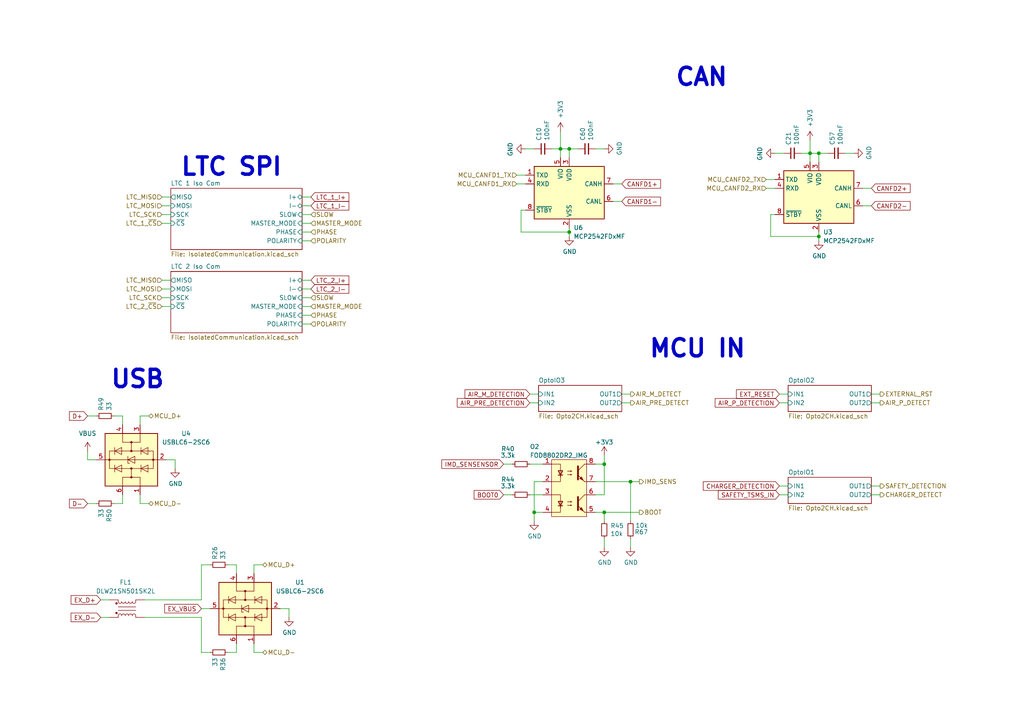
<source format=kicad_sch>
(kicad_sch (version 20230121) (generator eeschema)
  (paper "A4")
  (lib_symbols
    (symbol "Device:C_Small" (pin_numbers hide) (pin_names (offset 0.254) hide)
      (property "Reference" "C" (at 0.254 1.778 0))
      (property "Value" "C_Small" (at 0.254 -2.032 0))
      (symbol "C_Small_0_1"
        (polyline (pts (xy -1.524 -0.508) (xy 1.524 -0.508)) (stroke (width 0.3302)))
        (polyline (pts (xy -1.524 0.508) (xy 1.524 0.508)) (stroke (width 0.3048)))
      )
      (symbol "C_Small_1_1"
        (pin passive line (at 0 2.54 270) (length 2.032) (name "~") (number "1"))
        (pin passive line (at 0 -2.54 90) (length 2.032) (name "~") (number "2"))
      )
    )
    (symbol "Device:R_Small" (pin_numbers hide) (pin_names (offset 0.254) hide)
      (property "Reference" "R" (at 0.762 0.508 0))
      (property "Value" "R_Small" (at 0.762 -1.016 0))
      (symbol "R_Small_0_1"
        (rectangle (start -0.762 1.778) (end 0.762 -1.778) (stroke (width 0.2032)))
      )
      (symbol "R_Small_1_1"
        (pin passive line (at 0 2.54 270) (length 0.762) (name "~") (number "1"))
        (pin passive line (at 0 -2.54 90) (length 0.762) (name "~") (number "2"))
      )
    )
    (symbol "Interface_CAN_LIN:MCP2542FDxMF"
      (property "Reference" "U3" (at 1.27 -10.16 0))
      (property "Value" "MCP2542FDxMF" (at 1.27 -12.7 0))
      (symbol "MCP2542FDxMF_0_1"
        (rectangle (start -10.16 7.62) (end 10.16 -7.62) (stroke (width 0.254)) (fill (type background)))
      )
      (symbol "MCP2542FDxMF_1_1"
        (pin input line (at -12.7 5.08 0) (length 2.54) (name "TXD") (number "1"))
        (pin power_in line (at 0 -10.16 90) (length 2.54) (name "VSS") (number "2"))
        (pin power_in line (at 0 10.16 270) (length 2.54) (name "VDD") (number "3"))
        (pin output line (at -12.7 2.54 0) (length 2.54) (name "RXD") (number "4"))
        (pin power_in line (at -2.54 10.16 270) (length 2.54) (name "VIO") (number "5"))
        (pin bidirectional line (at 12.7 -2.54 180) (length 2.54) (name "CANL") (number "6"))
        (pin bidirectional line (at 12.7 2.54 180) (length 2.54) (name "CANH") (number "7"))
        (pin input line (at -12.7 -5.08 0) (length 2.54) (name "~{STBY}") (number "8"))
        (pin passive line (at 0 -10.16 90) (length 2.54) hide (name "VSS") (number "9"))
      )
    )
    (symbol "MCP2542FDxMF_1"
      (property "Reference" "U6" (at 1.27 -10.16 0))
      (property "Value" "MCP2542FDxMF" (at 1.27 -12.7 0))
      (symbol "MCP2542FDxMF_1_0_1"
        (rectangle (start -10.16 7.62) (end 10.16 -7.62) (stroke (width 0.254)) (fill (type background)))
      )
      (symbol "MCP2542FDxMF_1_1_1"
        (pin input line (at -12.7 5.08 0) (length 2.54) (name "TXD") (number "1"))
        (pin power_in line (at 0 -10.16 90) (length 2.54) (name "VSS") (number "2"))
        (pin power_in line (at 0 10.16 270) (length 2.54) (name "VDD") (number "3"))
        (pin output line (at -12.7 2.54 0) (length 2.54) (name "RXD") (number "4"))
        (pin power_in line (at -2.54 10.16 270) (length 2.54) (name "VIO") (number "5"))
        (pin bidirectional line (at 12.7 -2.54 180) (length 2.54) (name "CANL") (number "6"))
        (pin bidirectional line (at 12.7 2.54 180) (length 2.54) (name "CANH") (number "7"))
        (pin input line (at -12.7 -5.08 0) (length 2.54) (name "~{STBY}") (number "8"))
        (pin passive line (at 0 -10.16 90) (length 2.54) hide (name "VSS") (number "9"))
      )
    )
    (symbol "Opto 2 ch:FOD8802DR2_IMG"
      (property "Reference" "O" (at 0 0 0))
      (property "Value" "FOD8802DR2_IMG" (at 0 0 0))
      (symbol "FOD8802DR2_IMG_0_1"
        (rectangle (start -6.35 -3.81) (end 3.81 -20.32) (fill (type background)))
        (polyline (pts (xy -4.445 -17.145) (xy -3.175 -17.145)) (stroke (width 0.254)))
        (polyline (pts (xy -4.445 -8.255) (xy -3.175 -8.255)) (stroke (width 0.254)))
        (polyline (pts (xy 1.27 -15.875) (xy 3.175 -13.97)))
        (polyline (pts (xy 1.27 -6.985) (xy 3.175 -5.08)))
        (polyline (pts (xy 3.175 -19.05) (xy 1.27 -17.145)) (fill (type outline)))
        (polyline (pts (xy 3.175 -19.05) (xy 3.81 -19.05)))
        (polyline (pts (xy 3.175 -13.97) (xy 3.81 -13.97)))
        (polyline (pts (xy 3.175 -10.16) (xy 1.27 -8.255)) (fill (type outline)))
        (polyline (pts (xy 3.175 -10.16) (xy 3.81 -10.16)))
        (polyline (pts (xy 3.175 -5.08) (xy 3.81 -5.08)))
        (polyline (pts (xy -3.81 -17.145) (xy -3.81 -19.05) (xy -6.35 -19.05)))
        (polyline (pts (xy -3.81 -8.255) (xy -3.81 -10.16) (xy -6.35 -10.16)))
        (polyline (pts (xy 1.27 -14.605) (xy 1.27 -18.415) (xy 1.27 -18.415)) (stroke (width 0.508)))
        (polyline (pts (xy 1.27 -5.715) (xy 1.27 -9.525) (xy 1.27 -9.525)) (stroke (width 0.508)))
        (polyline (pts (xy -6.35 -13.97) (xy -3.81 -13.97) (xy -3.81 -17.78) (xy -3.81 -15.875)))
        (polyline (pts (xy -6.35 -5.08) (xy -3.81 -5.08) (xy -3.81 -8.89) (xy -3.81 -6.985)))
        (polyline (pts (xy -3.81 -17.145) (xy -4.445 -15.875) (xy -3.175 -15.875) (xy -3.81 -17.145)) (stroke (width 0.254)))
        (polyline (pts (xy -3.81 -8.255) (xy -4.445 -6.985) (xy -3.175 -6.985) (xy -3.81 -8.255)) (stroke (width 0.254)))
        (polyline (pts (xy -1.778 -17.018) (xy -0.508 -17.018) (xy -0.889 -17.145) (xy -0.889 -16.891) (xy -0.508 -17.018)))
        (polyline (pts (xy -1.778 -16.002) (xy -0.508 -16.002) (xy -0.889 -16.129) (xy -0.889 -15.875) (xy -0.508 -16.002)))
        (polyline (pts (xy -1.778 -8.128) (xy -0.508 -8.128) (xy -0.889 -8.255) (xy -0.889 -8.001) (xy -0.508 -8.128)))
        (polyline (pts (xy -1.778 -7.112) (xy -0.508 -7.112) (xy -0.889 -7.239) (xy -0.889 -6.985) (xy -0.508 -7.112)))
        (polyline (pts (xy 1.778 -18.161) (xy 2.286 -17.653) (xy 2.794 -18.669) (xy 1.778 -18.161) (xy 1.778 -18.161)) (fill (type outline)))
        (polyline (pts (xy 1.778 -9.271) (xy 2.286 -8.763) (xy 2.794 -9.779) (xy 1.778 -9.271) (xy 1.778 -9.271)) (fill (type outline)))
      )
      (symbol "FOD8802DR2_IMG_1_1"
        (pin passive line (at -8.89 -5.08 0) (length 2.54) (name "~") (number "1"))
        (pin passive line (at -8.89 -10.16 0) (length 2.54) (name "~") (number "2"))
        (pin passive line (at -8.89 -13.97 0) (length 2.54) (name "~") (number "3"))
        (pin passive line (at -8.89 -19.05 0) (length 2.54) (name "~") (number "4"))
        (pin passive line (at 6.35 -19.05 180) (length 2.54) (name "~") (number "5"))
        (pin passive line (at 6.35 -13.97 180) (length 2.54) (name "~") (number "6"))
        (pin passive line (at 6.35 -10.16 180) (length 2.54) (name "~") (number "7"))
        (pin passive line (at 6.35 -5.08 180) (length 2.54) (name "~") (number "8"))
      )
    )
    (symbol "Power_Protection:USBLC6-2SC6" (pin_names hide)
      (property "Reference" "U" (at 2.54 8.89 0))
      (property "Value" "USBLC6-2SC6" (at 2.54 -8.89 0))
      (symbol "USBLC6-2SC6_0_1"
        (rectangle (start -7.62 -7.62) (end 7.62 7.62) (stroke (width 0.254)) (fill (type background)))
        (circle (center -5.08 0) (radius 0.254) (fill (type outline)))
        (circle (center -2.54 0) (radius 0.254) (fill (type outline)))
        (rectangle (start -2.54 6.35) (end 2.54 -6.35))
        (circle (center 0 -6.35) (radius 0.254) (fill (type outline)))
        (polyline (pts (xy -5.08 -2.54) (xy -7.62 -2.54)))
        (polyline (pts (xy -5.08 0) (xy -5.08 -2.54)))
        (polyline (pts (xy -5.08 2.54) (xy -7.62 2.54)))
        (polyline (pts (xy -1.524 -2.794) (xy -3.556 -2.794)))
        (polyline (pts (xy -1.524 4.826) (xy -3.556 4.826)))
        (polyline (pts (xy 0 -7.62) (xy 0 -6.35)))
        (polyline (pts (xy 0 -6.35) (xy 0 1.27)))
        (polyline (pts (xy 0 1.27) (xy 0 6.35)))
        (polyline (pts (xy 0 6.35) (xy 0 7.62)))
        (polyline (pts (xy 1.524 -2.794) (xy 3.556 -2.794)))
        (polyline (pts (xy 1.524 4.826) (xy 3.556 4.826)))
        (polyline (pts (xy 5.08 -2.54) (xy 7.62 -2.54)))
        (polyline (pts (xy 5.08 0) (xy 5.08 -2.54)))
        (polyline (pts (xy 5.08 2.54) (xy 7.62 2.54)))
        (polyline (pts (xy -2.54 0) (xy -5.08 0) (xy -5.08 2.54)))
        (polyline (pts (xy 2.54 0) (xy 5.08 0) (xy 5.08 2.54)))
        (polyline (pts (xy -3.556 -4.826) (xy -1.524 -4.826) (xy -2.54 -2.794) (xy -3.556 -4.826)))
        (polyline (pts (xy -3.556 2.794) (xy -1.524 2.794) (xy -2.54 4.826) (xy -3.556 2.794)))
        (polyline (pts (xy -1.016 -1.016) (xy 1.016 -1.016) (xy 0 1.016) (xy -1.016 -1.016)))
        (polyline (pts (xy 1.016 1.016) (xy 0.762 1.016) (xy -1.016 1.016) (xy -1.016 0.508)))
        (polyline (pts (xy 3.556 -4.826) (xy 1.524 -4.826) (xy 2.54 -2.794) (xy 3.556 -4.826)))
        (polyline (pts (xy 3.556 2.794) (xy 1.524 2.794) (xy 2.54 4.826) (xy 3.556 2.794)))
        (circle (center 0 6.35) (radius 0.254) (fill (type outline)))
        (circle (center 2.54 0) (radius 0.254) (fill (type outline)))
        (circle (center 5.08 0) (radius 0.254) (fill (type outline)))
      )
      (symbol "USBLC6-2SC6_1_1"
        (pin passive line (at -10.16 -2.54 0) (length 2.54) (name "I/O1") (number "1"))
        (pin passive line (at 0 -10.16 90) (length 2.54) (name "GND") (number "2"))
        (pin passive line (at 10.16 -2.54 180) (length 2.54) (name "I/O2") (number "3"))
        (pin passive line (at 10.16 2.54 180) (length 2.54) (name "I/O2") (number "4"))
        (pin passive line (at 0 10.16 270) (length 2.54) (name "VBUS") (number "5"))
        (pin passive line (at -10.16 2.54 0) (length 2.54) (name "I/O1") (number "6"))
      )
    )
    (symbol "dlw21sn501sk2l:DLW21SN501SK2L" (pin_numbers hide) (pin_names (offset 0.762) hide)
      (property "Reference" "FL" (at 16.51 7.62 0))
      (property "Value" "DLW21SN501SK2L" (at 16.51 5.08 0))
      (symbol "DLW21SN501SK2L_0_1"
        (circle (center -3.048 -1.27) (radius 0.254) (fill (type outline)))
        (circle (center -3.048 1.524) (radius 0.254) (fill (type outline)))
        (arc (start -2.54 2.032) (mid -2.032 1.5262) (end -1.524 2.032))
        (arc (start -1.524 -2.032) (mid -2.032 -1.5262) (end -2.54 -2.032))
        (arc (start -1.524 2.032) (mid -1.016 1.5262) (end -0.508 2.032))
        (arc (start -0.508 -2.032) (mid -1.016 -1.5262) (end -1.524 -2.032))
        (arc (start -0.508 2.032) (mid 0 1.5262) (end 0.508 2.032))
        (polyline (pts (xy -2.54 -2.032) (xy -2.54 -2.54)))
        (polyline (pts (xy -2.54 0.508) (xy 2.54 0.508)))
        (polyline (pts (xy -2.54 2.032) (xy -2.54 2.54)))
        (polyline (pts (xy 2.54 -2.032) (xy 2.54 -2.54)))
        (polyline (pts (xy 2.54 -0.508) (xy -2.54 -0.508)))
        (polyline (pts (xy 2.54 2.54) (xy 2.54 2.032)))
        (arc (start 0.508 -2.032) (mid 0 -1.5262) (end -0.508 -2.032))
        (arc (start 0.508 2.032) (mid 1.016 1.5262) (end 1.524 2.032))
        (arc (start 1.524 -2.032) (mid 1.016 -1.5262) (end 0.508 -2.032))
        (arc (start 1.524 2.032) (mid 2.032 1.5262) (end 2.54 2.032))
        (arc (start 2.54 -2.032) (mid 2.032 -1.5262) (end 1.524 -2.032))
      )
      (symbol "DLW21SN501SK2L_1_1"
        (pin passive line (at -5.08 -2.54 0) (length 2.54) (name "1") (number "1"))
        (pin passive line (at 5.08 -2.54 180) (length 2.54) (name "2") (number "2"))
        (pin passive line (at 5.08 2.54 180) (length 2.54) (name "3") (number "3"))
        (pin passive line (at -5.08 2.54 0) (length 2.54) (name "4") (number "4"))
      )
    )
    (symbol "power:+3.3V" (power) (pin_names (offset 0))
      (property "Value" "+3.3V" (at 0 3.556 0))
      (symbol "+3.3V_0_1"
        (polyline (pts (xy -0.762 1.27) (xy 0 2.54)))
        (polyline (pts (xy 0 0) (xy 0 2.54)))
        (polyline (pts (xy 0 2.54) (xy 0.762 1.27)))
      )
      (symbol "+3.3V_1_1"
        (pin power_in line (at 0 0 90) (length 0) hide (name "+3V3") (number "1"))
      )
    )
    (symbol "power:GND" (power) (pin_names (offset 0))
      (property "Value" "GND" (at 0 -3.81 0))
      (symbol "GND_0_1"
        (polyline (pts (xy 0 0) (xy 0 -1.27) (xy 1.27 -1.27) (xy 0 -2.54) (xy -1.27 -1.27) (xy 0 -1.27)))
      )
      (symbol "GND_1_1"
        (pin power_in line (at 0 0 270) (length 0) hide (name "GND") (number "1"))
      )
    )
    (symbol "power:VBUS" (power) (pin_names (offset 0))
      (property "Value" "VBUS" (at 0 3.81 0))
      (symbol "VBUS_0_1"
        (polyline (pts (xy -0.762 1.27) (xy 0 2.54)))
        (polyline (pts (xy 0 0) (xy 0 2.54)))
        (polyline (pts (xy 0 2.54) (xy 0.762 1.27)))
      )
      (symbol "VBUS_1_1"
        (pin power_in line (at 0 0 90) (length 0) hide (name "VBUS") (number "1"))
      )
    )
  )
  (junction (at 165.1 43.18))
  (junction (at 234.95 44.45))
  (junction (at 162.56 43.18))
  (junction (at 237.49 44.45))
  (junction (at 237.49 68.58))
  (junction (at 175.26 148.59))
  (junction (at 175.26 134.62))
  (junction (at 182.88 139.7))
  (junction (at 154.94 148.59))
  (junction (at 165.1 67.31))
  (wire (pts (xy 73.66 189.23) (xy 76.2 189.23)))
  (wire (pts (xy 29.21 179.07) (xy 31.75 179.07)))
  (wire (pts (xy 152.4 50.8) (xy 149.86 50.8)))
  (wire (pts (xy 234.95 40.64) (xy 234.95 44.45)))
  (wire (pts (xy 146.05 134.62) (xy 148.59 134.62)))
  (wire (pts (xy 87.63 69.85) (xy 90.17 69.85)))
  (wire (pts (xy 182.88 156.21) (xy 182.88 158.75)))
  (wire (pts (xy 172.72 134.62) (xy 175.26 134.62)))
  (wire (pts (xy 175.26 148.59) (xy 175.26 151.13)))
  (wire (pts (xy 153.67 134.62) (xy 157.48 134.62)))
  (wire (pts (xy 46.99 81.28) (xy 49.53 81.28)))
  (wire (pts (xy 165.1 67.31) (xy 151.13 67.31)))
  (wire (pts (xy 172.72 143.51) (xy 175.26 143.51)))
  (wire (pts (xy 237.49 67.31) (xy 237.49 68.58)))
  (wire (pts (xy 160.02 43.18) (xy 162.56 43.18)))
  (wire (pts (xy 175.26 156.21) (xy 175.26 158.75)))
  (wire (pts (xy 40.64 143.51) (xy 40.64 146.05)))
  (wire (pts (xy 73.66 163.83) (xy 76.2 163.83)))
  (wire (pts (xy 162.56 43.18) (xy 162.56 45.72)))
  (wire (pts (xy 223.52 68.58) (xy 223.52 62.23)))
  (wire (pts (xy 87.63 67.31) (xy 90.17 67.31)))
  (wire (pts (xy 153.67 143.51) (xy 157.48 143.51)))
  (wire (pts (xy 226.06 114.3) (xy 228.6 114.3)))
  (wire (pts (xy 48.26 133.35) (xy 50.8 133.35)))
  (wire (pts (xy 87.63 81.28) (xy 90.17 81.28)))
  (wire (pts (xy 165.1 66.04) (xy 165.1 67.31)))
  (wire (pts (xy 223.52 62.23) (xy 224.79 62.23)))
  (wire (pts (xy 232.41 44.45) (xy 234.95 44.45)))
  (wire (pts (xy 245.11 44.45) (xy 247.65 44.45)))
  (wire (pts (xy 146.05 143.51) (xy 148.59 143.51)))
  (wire (pts (xy 237.49 44.45) (xy 237.49 46.99)))
  (wire (pts (xy 149.86 53.34) (xy 152.4 53.34)))
  (wire (pts (xy 250.19 59.69) (xy 252.73 59.69)))
  (wire (pts (xy 153.67 116.84) (xy 156.21 116.84)))
  (wire (pts (xy 35.56 143.51) (xy 35.56 146.05)))
  (wire (pts (xy 182.88 139.7) (xy 182.88 151.13)))
  (wire (pts (xy 172.72 43.18) (xy 175.26 43.18)))
  (wire (pts (xy 81.28 176.53) (xy 83.82 176.53)))
  (wire (pts (xy 50.8 133.35) (xy 50.8 135.89)))
  (wire (pts (xy 68.58 163.83) (xy 68.58 166.37)))
  (wire (pts (xy 151.13 60.96) (xy 152.4 60.96)))
  (wire (pts (xy 29.21 173.99) (xy 31.75 173.99)))
  (wire (pts (xy 153.67 114.3) (xy 156.21 114.3)))
  (wire (pts (xy 224.79 44.45) (xy 227.33 44.45)))
  (wire (pts (xy 25.4 120.65) (xy 27.94 120.65)))
  (wire (pts (xy 177.8 58.42) (xy 180.34 58.42)))
  (wire (pts (xy 66.04 163.83) (xy 68.58 163.83)))
  (wire (pts (xy 165.1 43.18) (xy 165.1 45.72)))
  (wire (pts (xy 87.63 62.23) (xy 90.17 62.23)))
  (wire (pts (xy 180.34 116.84) (xy 182.88 116.84)))
  (wire (pts (xy 172.72 148.59) (xy 175.26 148.59)))
  (wire (pts (xy 226.06 116.84) (xy 228.6 116.84)))
  (wire (pts (xy 46.99 86.36) (xy 49.53 86.36)))
  (wire (pts (xy 177.8 53.34) (xy 180.34 53.34)))
  (wire (pts (xy 175.26 132.08) (xy 175.26 134.62)))
  (wire (pts (xy 180.34 114.3) (xy 182.88 114.3)))
  (wire (pts (xy 175.26 148.59) (xy 185.42 148.59)))
  (wire (pts (xy 58.42 189.23) (xy 58.42 179.07)))
  (wire (pts (xy 255.27 116.84) (xy 252.73 116.84)))
  (wire (pts (xy 46.99 57.15) (xy 49.53 57.15)))
  (wire (pts (xy 33.02 120.65) (xy 35.56 120.65)))
  (wire (pts (xy 234.95 44.45) (xy 237.49 44.45)))
  (wire (pts (xy 226.06 140.97) (xy 228.6 140.97)))
  (wire (pts (xy 27.94 133.35) (xy 25.4 133.35)))
  (wire (pts (xy 165.1 67.31) (xy 165.1 68.58)))
  (wire (pts (xy 58.42 163.83) (xy 58.42 173.99)))
  (wire (pts (xy 240.03 44.45) (xy 237.49 44.45)))
  (wire (pts (xy 40.64 146.05) (xy 43.18 146.05)))
  (wire (pts (xy 58.42 179.07) (xy 41.91 179.07)))
  (wire (pts (xy 40.64 120.65) (xy 43.18 120.65)))
  (wire (pts (xy 58.42 189.23) (xy 60.96 189.23)))
  (wire (pts (xy 252.73 114.3) (xy 255.27 114.3)))
  (wire (pts (xy 154.94 139.7) (xy 157.48 139.7)))
  (wire (pts (xy 25.4 130.81) (xy 25.4 133.35)))
  (wire (pts (xy 167.64 43.18) (xy 165.1 43.18)))
  (wire (pts (xy 35.56 120.65) (xy 35.56 123.19)))
  (wire (pts (xy 46.99 64.77) (xy 49.53 64.77)))
  (wire (pts (xy 250.19 54.61) (xy 252.73 54.61)))
  (wire (pts (xy 73.66 186.69) (xy 73.66 189.23)))
  (wire (pts (xy 66.04 189.23) (xy 68.58 189.23)))
  (wire (pts (xy 58.42 176.53) (xy 60.96 176.53)))
  (wire (pts (xy 151.13 67.31) (xy 151.13 60.96)))
  (wire (pts (xy 255.27 143.51) (xy 252.73 143.51)))
  (wire (pts (xy 152.4 43.18) (xy 154.94 43.18)))
  (wire (pts (xy 33.02 146.05) (xy 35.56 146.05)))
  (wire (pts (xy 162.56 43.18) (xy 165.1 43.18)))
  (wire (pts (xy 234.95 44.45) (xy 234.95 46.99)))
  (wire (pts (xy 222.25 54.61) (xy 224.79 54.61)))
  (wire (pts (xy 87.63 64.77) (xy 90.17 64.77)))
  (wire (pts (xy 87.63 83.82) (xy 90.17 83.82)))
  (wire (pts (xy 46.99 59.69) (xy 49.53 59.69)))
  (wire (pts (xy 40.64 123.19) (xy 40.64 120.65)))
  (wire (pts (xy 46.99 62.23) (xy 49.53 62.23)))
  (wire (pts (xy 87.63 93.98) (xy 90.17 93.98)))
  (wire (pts (xy 87.63 86.36) (xy 90.17 86.36)))
  (wire (pts (xy 25.4 146.05) (xy 27.94 146.05)))
  (wire (pts (xy 182.88 139.7) (xy 185.42 139.7)))
  (wire (pts (xy 46.99 88.9) (xy 49.53 88.9)))
  (wire (pts (xy 87.63 91.44) (xy 90.17 91.44)))
  (wire (pts (xy 237.49 68.58) (xy 223.52 68.58)))
  (wire (pts (xy 83.82 176.53) (xy 83.82 179.07)))
  (wire (pts (xy 162.56 38.1) (xy 162.56 43.18)))
  (wire (pts (xy 73.66 166.37) (xy 73.66 163.83)))
  (wire (pts (xy 154.94 148.59) (xy 154.94 151.13)))
  (wire (pts (xy 58.42 163.83) (xy 60.96 163.83)))
  (wire (pts (xy 154.94 148.59) (xy 157.48 148.59)))
  (wire (pts (xy 46.99 83.82) (xy 49.53 83.82)))
  (wire (pts (xy 172.72 139.7) (xy 182.88 139.7)))
  (wire (pts (xy 154.94 139.7) (xy 154.94 148.59)))
  (wire (pts (xy 58.42 173.99) (xy 41.91 173.99)))
  (wire (pts (xy 87.63 57.15) (xy 90.17 57.15)))
  (wire (pts (xy 226.06 143.51) (xy 228.6 143.51)))
  (wire (pts (xy 175.26 134.62) (xy 175.26 143.51)))
  (wire (pts (xy 252.73 140.97) (xy 255.27 140.97)))
  (wire (pts (xy 87.63 59.69) (xy 90.17 59.69)))
  (wire (pts (xy 87.63 88.9) (xy 90.17 88.9)))
  (wire (pts (xy 68.58 186.69) (xy 68.58 189.23)))
  (wire (pts (xy 224.79 52.07) (xy 222.25 52.07)))
  (wire (pts (xy 237.49 68.58) (xy 237.49 69.85)))
  (text "LTC SPI" (at 52.07 51.435 0) (effects (font (size 5 5) (thickness 1) bold) (justify left bottom)))
  (text "MCU IN" (at 187.96 104.14 0) (effects (font (size 5 5) (thickness 1) bold) (justify left bottom)))
  (text "USB" (at 31.75 113.03 0) (effects (font (size 5 5) (thickness 1) bold) (justify left bottom)))
  (text "CAN" (at 195.58 25.4 0) (effects (font (size 5 5) (thickness 1) bold) (justify left bottom)))
  (global_label "CANFD1-" (shape input) (at 180.34 58.42 0) (property "Intersheetrefs" "${INTERSHEET_REFS}" (effects hide)))
  (global_label "BOOT0" (shape input) (at 146.05 143.51 180) (property "Intersheetrefs" "${INTERSHEET_REFS}" (effects hide)))
  (global_label "EXT_RESET" (shape input) (at 226.06 114.3 180) (property "Intersheetrefs" "${INTERSHEET_REFS}" (effects hide)))
  (global_label "EX_D+" (shape input) (at 29.21 173.99 180) (property "Intersheetrefs" "${INTERSHEET_REFS}" (effects hide)))
  (global_label "LTC_1_I-" (shape input) (at 90.17 59.69 0) (property "Intersheetrefs" "${INTERSHEET_REFS}" (effects hide)))
  (global_label "LTC_1_I+" (shape input) (at 90.17 57.15 0) (property "Intersheetrefs" "${INTERSHEET_REFS}" (effects hide)))
  (global_label "LTC_2_I+" (shape input) (at 90.17 81.28 0) (property "Intersheetrefs" "${INTERSHEET_REFS}" (effects hide)))
  (global_label "EX_D-" (shape input) (at 29.21 179.07 180) (property "Intersheetrefs" "${INTERSHEET_REFS}" (effects hide)))
  (global_label "SAFETY_TSMS_IN" (shape input) (at 226.06 143.51 180) (property "Intersheetrefs" "${INTERSHEET_REFS}" (effects hide)))
  (global_label "D-" (shape input) (at 25.4 146.05 180) (property "Intersheetrefs" "${INTERSHEET_REFS}" (effects hide)))
  (global_label "AIR_PRE_DETECTION" (shape input) (at 153.67 116.84 180) (property "Intersheetrefs" "${INTERSHEET_REFS}" (effects hide)))
  (global_label "AIR_M_DETECTION" (shape input) (at 153.67 114.3 180) (property "Intersheetrefs" "${INTERSHEET_REFS}" (effects hide)))
  (global_label "AIR_P_DETECTION" (shape input) (at 226.06 116.84 180) (property "Intersheetrefs" "${INTERSHEET_REFS}" (effects hide)))
  (global_label "IMD_SENSENSOR" (shape input) (at 146.05 134.62 180) (property "Intersheetrefs" "${INTERSHEET_REFS}" (effects hide)))
  (global_label "CANFD2+" (shape input) (at 252.73 54.61 0) (property "Intersheetrefs" "${INTERSHEET_REFS}" (effects hide)))
  (global_label "D+" (shape input) (at 25.4 120.65 180) (property "Intersheetrefs" "${INTERSHEET_REFS}" (effects hide)))
  (global_label "CANFD1+" (shape input) (at 180.34 53.34 0) (property "Intersheetrefs" "${INTERSHEET_REFS}" (effects hide)))
  (global_label "CHARGER_DETECTION" (shape input) (at 226.06 140.97 180) (property "Intersheetrefs" "${INTERSHEET_REFS}" (effects hide)))
  (global_label "EX_VBUS" (shape input) (at 58.42 176.53 180) (property "Intersheetrefs" "${INTERSHEET_REFS}" (effects hide)))
  (global_label "LTC_2_I-" (shape input) (at 90.17 83.82 0) (property "Intersheetrefs" "${INTERSHEET_REFS}" (effects hide)))
  (global_label "CANFD2-" (shape input) (at 252.73 59.69 0) (property "Intersheetrefs" "${INTERSHEET_REFS}" (effects hide)))
  (hierarchical_label "MCU_D+" (shape bidirectional) (at 43.18 120.65 0))
  (hierarchical_label "LTC_SCK" (shape input) (at 46.99 62.23 180))
  (hierarchical_label "AIR_P_DETECT" (shape output) (at 255.27 116.84 0))
  (hierarchical_label "POLARITY" (shape input) (at 90.17 93.98 0))
  (hierarchical_label "SLOW" (shape input) (at 90.17 62.23 0))
  (hierarchical_label "LTC_2_~{CS}" (shape input) (at 46.99 88.9 180))
  (hierarchical_label "MCU_CANFD2_RX" (shape input) (at 222.25 54.61 180))
  (hierarchical_label "LTC_MOSI" (shape input) (at 46.99 59.69 180))
  (hierarchical_label "CHARGER_DETECT" (shape output) (at 255.27 143.51 0))
  (hierarchical_label "LTC_1_~{CS}" (shape input) (at 46.99 64.77 180))
  (hierarchical_label "MASTER_MODE" (shape input) (at 90.17 64.77 0))
  (hierarchical_label "LTC_SCK" (shape input) (at 46.99 86.36 180))
  (hierarchical_label "MCU_D-" (shape bidirectional) (at 43.18 146.05 0))
  (hierarchical_label "PHASE" (shape input) (at 90.17 67.31 0))
  (hierarchical_label "LTC_MISO" (shape input) (at 46.99 57.15 180))
  (hierarchical_label "AIR_M_DETECT" (shape output) (at 182.88 114.3 0))
  (hierarchical_label "MCU_CANFD1_TX" (shape input) (at 149.86 50.8 180))
  (hierarchical_label "SLOW" (shape input) (at 90.17 86.36 0))
  (hierarchical_label "MCU_CANFD1_RX" (shape input) (at 149.86 53.34 180))
  (hierarchical_label "MCU_CANFD2_TX" (shape input) (at 222.25 52.07 180))
  (hierarchical_label "MCU_D-" (shape bidirectional) (at 76.2 189.23 0))
  (hierarchical_label "IMD_SENS" (shape output) (at 185.42 139.7 0))
  (hierarchical_label "PHASE" (shape input) (at 90.17 91.44 0))
  (hierarchical_label "AIR_PRE_DETECT" (shape output) (at 182.88 116.84 0))
  (hierarchical_label "SAFETY_DETECTION" (shape output) (at 255.27 140.97 0))
  (hierarchical_label "BOOT" (shape output) (at 185.42 148.59 0))
  (hierarchical_label "LTC_MISO" (shape input) (at 46.99 81.28 180))
  (hierarchical_label "LTC_MOSI" (shape input) (at 46.99 83.82 180))
  (hierarchical_label "POLARITY" (shape input) (at 90.17 69.85 0))
  (hierarchical_label "MASTER_MODE" (shape input) (at 90.17 88.9 0))
  (hierarchical_label "MCU_D+" (shape bidirectional) (at 76.2 163.83 0))
  (hierarchical_label "EXTERNAL_RST" (shape output) (at 255.27 114.3 0))
  (symbol (lib_id "Opto 2 ch:FOD8802DR2_IMG") (at 166.37 129.54 0) (unit 1)
    (property "Reference" "O2" (at 153.67 129.54 0) (effects (justify left)))
    (property "Value" "FOD8802DR2_IMG" (at 153.67 132.08 0) (effects (justify left)))
    (property "Footprint" "Opto 2 ch:SOIC127P600X175-8N" (effects hide))
    (instances (project "PUTM_EV_BMS_HV_Master_2021" (path "" (reference "O2") (unit 1)) (path "" (reference "O1") (unit 1)) (path "" (reference "O3") (unit 1)) (path "" (reference "O5") (unit 1))))
  )
  (symbol (lib_id "power:GND") (at 247.65 44.45 90) (unit 1)
    (property "Reference" "#PWR0155" (effects hide))
    (property "Value" "GND" (at 252.0442 44.323 0))
  )
  (symbol (lib_id "dlw21sn501sk2l:DLW21SN501SK2L") (at 36.83 176.53 0) (unit 1)
    (property "Reference" "FL1" (at 36.449 168.91 0))
    (property "Value" "DLW21SN501SK2L" (at 36.449 171.45 0))
    (property "Footprint" "Samacsys:DLW21SN121HQ2L" (effects hide))
    (property "Datasheet" "https://www.murata.com/en-us/products/productdetail?partno=DLW21SN501SK2%23" (effects hide))
    (property "Description" "DLW21SN_K2L Series EMI Suppression Filter 500 at 100MHz 250mA 50V" (effects hide))
    (property "Height" "1.4" (effects hide))
    (property "Mouser Part Number" "81-DLW21SN501SK2L" (effects hide))
    (property "Mouser Price/Stock" "https://www.mouser.co.uk/ProductDetail/Murata-Electronics/DLW21SN501SK2L?qs=Gufeu08L%2Fl3%2FpXqHBKIINA%3D%3D" (effects hide))
    (property "Manufacturer_Name" "Murata Electronics" (effects hide))
    (property "Manufacturer_Part_Number" "DLW21SN501SK2L" (effects hide))
  )
  (symbol (lib_id "power:GND") (at 182.88 158.75 0) (unit 1)
    (property "Reference" "#PWR0177" (effects hide))
    (property "Value" "GND" (at 183.007 163.1442 0))
    (instances (project "PUTM_EV_BMS_HV_Master_2021" (path "" (reference "#PWR0177") (unit 1)) (path "" (reference "#PWR032") (unit 1)) (path "" (reference "#PWR063") (unit 1)) (path "" (reference "#PWR089") (unit 1))))
  )
  (symbol (lib_id "power:GND") (at 83.82 179.07 0) (unit 1)
    (property "Reference" "#PWR059" (effects hide))
    (property "Value" "GND" (at 83.947 183.4642 0))
  )
  (symbol (lib_id "power:GND") (at 175.26 158.75 0) (unit 1)
    (property "Reference" "#PWR0177" (effects hide))
    (property "Value" "GND" (at 175.387 163.1442 0))
    (instances (project "PUTM_EV_BMS_HV_Master_2021" (path "" (reference "#PWR0177") (unit 1)) (path "" (reference "#PWR032") (unit 1)) (path "" (reference "#PWR063") (unit 1)) (path "" (reference "#PWR083") (unit 1))))
  )
  (symbol (lib_id "power:GND") (at 165.1 68.58 0) (unit 1)
    (property "Reference" "#PWR024" (effects hide))
    (property "Value" "GND" (at 165.227 72.9742 0))
  )
  (symbol (lib_id "power:GND") (at 224.79 44.45 270) (unit 1)
    (property "Reference" "#PWR0176" (effects hide))
    (property "Value" "GND" (at 220.3958 44.577 0))
  )
  (symbol (lib_id "Device:R_Small") (at 151.13 134.62 270) (unit 1)
    (property "Reference" "R40" (at 147.32 130.175 90))
    (property "Value" "3.3k" (at 147.32 132.08 90))
    (property "Footprint" "Resistor_SMD:R_0603_1608Metric" (effects hide))
    (instances (project "PUTM_EV_BMS_HV_Master_2021" (path "" (reference "R40") (unit 1)) (path "" (reference "R14") (unit 1)) (path "" (reference "R24") (unit 1)) (path "" (reference "R12") (unit 1))))
  )
  (symbol (lib_id "power:VBUS") (at 25.4 130.81 0) (unit 1)
    (property "Reference" "#PWR0108" (effects hide))
    (property "Value" "VBUS" (at 25.4 125.73 0))
    (instances (project "PUTM_EV_BMS_HV_Master_2021" (path "" (reference "#PWR0108") (unit 1)) (path "" (reference "#PWR0102") (unit 1))))
  )
  (symbol (lib_id "Interface_CAN_LIN:MCP2542FDxMF") (at 237.49 57.15 0) (unit 1)
    (property "Reference" "U3" (at 238.76 67.31 0) (effects (justify left)))
    (property "Value" "MCP2542FDxMF" (at 238.76 69.85 0) (effects (justify left)))
    (property "Footprint" "Package_DFN_QFN:DFN-8-1EP_3x3mm_P0.65mm_EP1.55x2.4mm" (effects hide))
    (property "Datasheet" "http://ww1.microchip.com/downloads/en/DeviceDoc/MCP2542FD-4FD-MCP2542WFD-4WFD-Data-Sheet20005514B.pdf" (effects hide))
  )
  (symbol (lib_id "power:GND") (at 152.4 43.18 270) (unit 1)
    (property "Reference" "#PWR021" (effects hide))
    (property "Value" "GND" (at 148.0058 43.307 0))
  )
  (symbol (lib_name "MCP2542FDxMF_1") (lib_id "Interface_CAN_LIN:MCP2542FDxMF") (at 165.1 55.88 0) (unit 1)
    (property "Reference" "U6" (at 166.37 66.04 0) (effects (justify left)))
    (property "Value" "MCP2542FDxMF" (at 166.37 68.58 0) (effects (justify left)))
    (property "Footprint" "Package_DFN_QFN:DFN-8-1EP_3x3mm_P0.65mm_EP1.55x2.4mm" (effects hide))
    (property "Datasheet" "http://ww1.microchip.com/downloads/en/DeviceDoc/MCP2542FD-4FD-MCP2542WFD-4WFD-Data-Sheet20005514B.pdf" (effects hide))
  )
  (symbol (lib_id "Device:R_Small") (at 30.48 146.05 90) (unit 1)
    (property "Reference" "R50" (at 31.6484 147.5486 0) (effects (justify right)))
    (property "Value" "33" (at 29.337 147.5486 0) (effects (justify right)))
    (property "Footprint" "Resistor_SMD:R_0603_1608Metric" (effects hide))
  )
  (symbol (lib_id "power:GND") (at 237.49 69.85 0) (unit 1)
    (property "Reference" "#PWR0154" (effects hide))
    (property "Value" "GND" (at 237.617 74.2442 0))
  )
  (symbol (lib_id "Power_Protection:USBLC6-2SC6") (at 71.12 176.53 90) (unit 1)
    (property "Reference" "U1" (at 86.995 168.91 90))
    (property "Value" "USBLC6-2SC6" (at 86.995 171.45 90))
    (property "Footprint" "Package_TO_SOT_SMD:SOT-23-6" (effects hide))
    (property "Datasheet" "https://www.st.com/resource/en/datasheet/usblc6-2.pdf" (effects hide))
  )
  (symbol (lib_id "Device:R_Small") (at 63.5 189.23 90) (unit 1)
    (property "Reference" "R36" (at 64.6684 190.7286 0) (effects (justify right)))
    (property "Value" "33" (at 62.357 190.7286 0) (effects (justify right)))
    (property "Footprint" "Resistor_SMD:R_0603_1608Metric" (effects hide))
  )
  (symbol (lib_id "power:GND") (at 175.26 43.18 90) (unit 1)
    (property "Reference" "#PWR026" (effects hide))
    (property "Value" "GND" (at 179.6542 43.053 0))
  )
  (symbol (lib_id "Device:R_Small") (at 182.88 153.67 0) (unit 1)
    (property "Reference" "R67" (at 187.96 154.305 0) (effects (justify right)))
    (property "Value" "10k" (at 187.96 152.4 0) (effects (justify right)))
    (property "Footprint" "Resistor_SMD:R_0603_1608Metric" (effects hide))
    (instances (project "PUTM_EV_BMS_HV_Master_2021" (path "" (reference "R67") (unit 1)) (path "" (reference "R31") (unit 1)) (path "" (reference "R29") (unit 1)) (path "" (reference "R15") (unit 1))))
  )
  (symbol (lib_id "power:GND") (at 50.8 135.89 0) (unit 1)
    (property "Reference" "#PWR048" (effects hide))
    (property "Value" "GND" (at 50.927 140.2842 0))
  )
  (symbol (lib_id "Device:C_Small") (at 229.87 44.45 90) (unit 1)
    (property "Reference" "C21" (at 228.7016 42.1132 0) (effects (justify left)))
    (property "Value" "100nF" (at 231.013 42.1132 0) (effects (justify left)))
    (property "Footprint" "Capacitor_SMD:C_0805_2012Metric" (effects hide))
  )
  (symbol (lib_id "power:+3.3V") (at 175.26 132.08 0) (unit 1)
    (property "Reference" "#PWR0161" (effects hide))
    (property "Value" "+3.3V" (at 175.26 128.27 0))
    (instances (project "PUTM_EV_BMS_HV_Master_2021" (path "" (reference "#PWR0161") (unit 1)) (path "" (reference "#PWR033") (unit 1)) (path "" (reference "#PWR064") (unit 1)) (path "" (reference "#PWR0105") (unit 1))))
  )
  (symbol (lib_id "power:GND") (at 154.94 151.13 0) (unit 1)
    (property "Reference" "#PWR0178" (effects hide))
    (property "Value" "GND" (at 155.067 155.5242 0))
    (instances (project "PUTM_EV_BMS_HV_Master_2021" (path "" (reference "#PWR0178") (unit 1)) (path "" (reference "#PWR013") (unit 1)) (path "" (reference "#PWR062") (unit 1)) (path "" (reference "#PWR057") (unit 1))))
  )
  (symbol (lib_id "Device:R_Small") (at 175.26 153.67 180) (unit 1)
    (property "Reference" "R45" (at 177.038 152.5016 0) (effects (justify right)))
    (property "Value" "10k" (at 177.038 154.813 0) (effects (justify right)))
    (property "Footprint" "Resistor_SMD:R_0603_1608Metric" (effects hide))
    (instances (project "PUTM_EV_BMS_HV_Master_2021" (path "" (reference "R45") (unit 1)) (path "" (reference "R33") (unit 1)) (path "" (reference "R35") (unit 1)) (path "" (reference "R20") (unit 1))))
  )
  (symbol (lib_id "Device:R_Small") (at 30.48 120.65 270) (unit 1)
    (property "Reference" "R49" (at 29.3116 119.1514 0) (effects (justify right)))
    (property "Value" "33" (at 31.623 119.1514 0) (effects (justify right)))
    (property "Footprint" "Resistor_SMD:R_0603_1608Metric" (effects hide))
  )
  (symbol (lib_id "Device:C_Small") (at 170.18 43.18 90) (unit 1)
    (property "Reference" "C60" (at 169.0116 40.8432 0) (effects (justify left)))
    (property "Value" "100nF" (at 171.323 40.8432 0) (effects (justify left)))
    (property "Footprint" "Capacitor_SMD:C_0603_1608Metric" (effects hide))
  )
  (symbol (lib_id "Device:R_Small") (at 151.13 143.51 270) (unit 1)
    (property "Reference" "R44" (at 147.32 139.065 90))
    (property "Value" "3.3k" (at 147.32 140.97 90))
    (property "Footprint" "Resistor_SMD:R_0603_1608Metric" (effects hide))
    (instances (project "PUTM_EV_BMS_HV_Master_2021" (path "" (reference "R44") (unit 1)) (path "" (reference "R16") (unit 1)) (path "" (reference "R27") (unit 1)) (path "" (reference "R13") (unit 1))))
  )
  (symbol (lib_id "Power_Protection:USBLC6-2SC6") (at 38.1 133.35 90) (unit 1)
    (property "Reference" "U4" (at 53.975 125.73 90))
    (property "Value" "USBLC6-2SC6" (at 53.975 128.27 90))
    (property "Footprint" "Package_TO_SOT_SMD:SOT-23-6" (effects hide))
    (property "Datasheet" "https://www.st.com/resource/en/datasheet/usblc6-2.pdf" (effects hide))
  )
  (symbol (lib_id "Device:C_Small") (at 242.57 44.45 90) (unit 1)
    (property "Reference" "C57" (at 241.4016 42.1132 0) (effects (justify left)))
    (property "Value" "100nF" (at 243.713 42.1132 0) (effects (justify left)))
    (property "Footprint" "Capacitor_SMD:C_0603_1608Metric" (effects hide))
  )
  (symbol (lib_id "power:+3.3V") (at 162.56 38.1 0) (unit 1)
    (property "Reference" "#PWR022" (effects hide))
    (property "Value" "+3.3V" (at 162.56 31.75 90))
  )
  (symbol (lib_id "power:+3.3V") (at 234.95 40.64 0) (unit 1)
    (property "Reference" "#PWR0114" (effects hide))
    (property "Value" "+3.3V" (at 234.95 34.29 90))
  )
  (symbol (lib_id "Device:C_Small") (at 157.48 43.18 90) (unit 1)
    (property "Reference" "C10" (at 156.3116 40.8432 0) (effects (justify left)))
    (property "Value" "100nF" (at 158.623 40.8432 0) (effects (justify left)))
    (property "Footprint" "Capacitor_SMD:C_0805_2012Metric" (effects hide))
  )
  (symbol (lib_id "Device:R_Small") (at 63.5 163.83 270) (unit 1)
    (property "Reference" "R26" (at 62.3316 162.3314 0) (effects (justify right)))
    (property "Value" "33" (at 64.643 162.3314 0) (effects (justify right)))
    (property "Footprint" "Resistor_SMD:R_0603_1608Metric" (effects hide))
  )
  (sheet (at 228.6 138.43) (size 24.13 7.62) (stroke (width 0.1524))
    (property "Sheetname" "OptoIO1" (at 228.6 137.7184 0) (effects (justify left bottom)))
    (property "Sheetfile" "Opto2CH.kicad_sch" (at 228.6 146.6346 0) (effects (justify left top)))
    (pin "OUT1" output (at 252.73 140.97 0))
    (pin "OUT2" output (at 252.73 143.51 0))
    (pin "IN1" input (at 228.6 140.97 180))
    (pin "IN2" input (at 228.6 143.51 180))
  )
  (sheet (at 156.21 111.76) (size 24.13 7.62) (stroke (width 0.1524))
    (property "Sheetname" "OptoIO3" (at 156.21 111.0484 0) (effects (justify left bottom)))
    (property "Sheetfile" "Opto2CH.kicad_sch" (at 156.21 119.9646 0) (effects (justify left top)))
    (pin "OUT1" output (at 180.34 114.3 0))
    (pin "OUT2" output (at 180.34 116.84 0))
    (pin "IN1" input (at 156.21 114.3 180))
    (pin "IN2" input (at 156.21 116.84 180))
  )
  (sheet (at 228.6 111.76) (size 24.13 7.62) (stroke (width 0.1524))
    (property "Sheetname" "OptoIO2" (at 228.6 111.0484 0) (effects (justify left bottom)))
    (property "Sheetfile" "Opto2CH.kicad_sch" (at 228.6 119.9646 0) (effects (justify left top)))
    (pin "OUT1" output (at 252.73 114.3 0))
    (pin "OUT2" output (at 252.73 116.84 0))
    (pin "IN1" input (at 228.6 114.3 180))
    (pin "IN2" input (at 228.6 116.84 180))
  )
  (sheet (at 49.53 54.61) (size 38.1 17.78) (stroke (width 0.1524))
    (property "Sheetname" "LTC 1 Iso Com" (at 49.53 53.8984 0) (effects (justify left bottom)))
    (property "Sheetfile" "IsolatedCommunication.kicad_sch" (at 49.53 72.9746 0) (effects (justify left top)))
    (pin "MISO" output (at 49.53 57.15 180))
    (pin "MOSI" input (at 49.53 59.69 180))
    (pin "SCK" input (at 49.53 62.23 180))
    (pin "~{CS}" input (at 49.53 64.77 180))
    (pin "I-" bidirectional (at 87.63 59.69 0))
    (pin "I+" bidirectional (at 87.63 57.15 0))
    (pin "SLOW" input (at 87.63 62.23 0))
    (pin "MASTER_MODE" input (at 87.63 64.77 0))
    (pin "PHASE" input (at 87.63 67.31 0))
    (pin "POLARITY" input (at 87.63 69.85 0))
  )
  (sheet (at 49.53 78.74) (size 38.1 17.78) (stroke (width 0.1524))
    (property "Sheetname" "LTC 2 Iso Com" (at 49.53 78.0284 0) (effects (justify left bottom)))
    (property "Sheetfile" "IsolatedCommunication.kicad_sch" (at 49.53 97.1046 0) (effects (justify left top)))
    (pin "MISO" output (at 49.53 81.28 180))
    (pin "MOSI" input (at 49.53 83.82 180))
    (pin "SCK" input (at 49.53 86.36 180))
    (pin "~{CS}" input (at 49.53 88.9 180))
    (pin "I-" bidirectional (at 87.63 83.82 0))
    (pin "I+" bidirectional (at 87.63 81.28 0))
    (pin "SLOW" input (at 87.63 86.36 0))
    (pin "MASTER_MODE" input (at 87.63 88.9 0))
    (pin "PHASE" input (at 87.63 91.44 0))
    (pin "POLARITY" input (at 87.63 93.98 0))
  )
)
</source>
